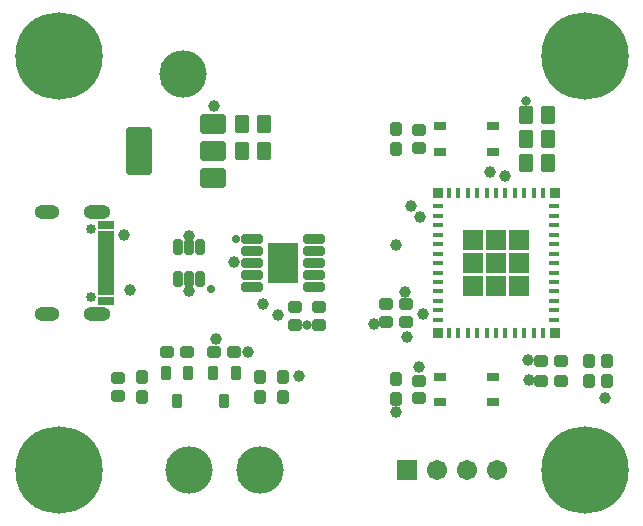
<source format=gts>
G04*
G04 #@! TF.GenerationSoftware,Altium Limited,Altium Designer,20.0.7 (75)*
G04*
G04 Layer_Color=8388736*
%FSLAX44Y44*%
%MOMM*%
G71*
G01*
G75*
%ADD17R,0.9906X0.7112*%
%ADD22R,0.8128X0.4064*%
%ADD23R,0.4064X0.8128*%
G04:AMPARAMS|DCode=35|XSize=1.1032mm|YSize=1.0032mm|CornerRadius=0.1616mm|HoleSize=0mm|Usage=FLASHONLY|Rotation=270.000|XOffset=0mm|YOffset=0mm|HoleType=Round|Shape=RoundedRectangle|*
%AMROUNDEDRECTD35*
21,1,1.1032,0.6800,0,0,270.0*
21,1,0.7800,1.0032,0,0,270.0*
1,1,0.3232,-0.3400,-0.3900*
1,1,0.3232,-0.3400,0.3900*
1,1,0.3232,0.3400,0.3900*
1,1,0.3232,0.3400,-0.3900*
%
%ADD35ROUNDEDRECTD35*%
G04:AMPARAMS|DCode=36|XSize=1.0032mm|YSize=1.1032mm|CornerRadius=0.1616mm|HoleSize=0mm|Usage=FLASHONLY|Rotation=90.000|XOffset=0mm|YOffset=0mm|HoleType=Round|Shape=RoundedRectangle|*
%AMROUNDEDRECTD36*
21,1,1.0032,0.7800,0,0,90.0*
21,1,0.6800,1.1032,0,0,90.0*
1,1,0.3232,0.3900,0.3400*
1,1,0.3232,0.3900,-0.3400*
1,1,0.3232,-0.3900,-0.3400*
1,1,0.3232,-0.3900,0.3400*
%
%ADD36ROUNDEDRECTD36*%
%ADD37R,1.6510X1.6510*%
%ADD38R,0.9144X0.9144*%
G04:AMPARAMS|DCode=39|XSize=1.1532mm|YSize=1.6032mm|CornerRadius=0.1729mm|HoleSize=0mm|Usage=FLASHONLY|Rotation=180.000|XOffset=0mm|YOffset=0mm|HoleType=Round|Shape=RoundedRectangle|*
%AMROUNDEDRECTD39*
21,1,1.1532,1.2575,0,0,180.0*
21,1,0.8075,1.6032,0,0,180.0*
1,1,0.3457,-0.4037,0.6288*
1,1,0.3457,0.4037,0.6288*
1,1,0.3457,0.4037,-0.6288*
1,1,0.3457,-0.4037,-0.6288*
%
%ADD39ROUNDEDRECTD39*%
G04:AMPARAMS|DCode=40|XSize=1.0032mm|YSize=1.1032mm|CornerRadius=0.1616mm|HoleSize=0mm|Usage=FLASHONLY|Rotation=0.000|XOffset=0mm|YOffset=0mm|HoleType=Round|Shape=RoundedRectangle|*
%AMROUNDEDRECTD40*
21,1,1.0032,0.7800,0,0,0.0*
21,1,0.6800,1.1032,0,0,0.0*
1,1,0.3232,0.3400,-0.3900*
1,1,0.3232,-0.3400,-0.3900*
1,1,0.3232,-0.3400,0.3900*
1,1,0.3232,0.3400,0.3900*
%
%ADD40ROUNDEDRECTD40*%
G04:AMPARAMS|DCode=41|XSize=1.1032mm|YSize=1.0032mm|CornerRadius=0.1616mm|HoleSize=0mm|Usage=FLASHONLY|Rotation=0.000|XOffset=0mm|YOffset=0mm|HoleType=Round|Shape=RoundedRectangle|*
%AMROUNDEDRECTD41*
21,1,1.1032,0.6800,0,0,0.0*
21,1,0.7800,1.0032,0,0,0.0*
1,1,0.3232,0.3900,-0.3400*
1,1,0.3232,-0.3900,-0.3400*
1,1,0.3232,-0.3900,0.3400*
1,1,0.3232,0.3900,0.3400*
%
%ADD41ROUNDEDRECTD41*%
G04:AMPARAMS|DCode=42|XSize=0.8032mm|YSize=1.2532mm|CornerRadius=0.1466mm|HoleSize=0mm|Usage=FLASHONLY|Rotation=0.000|XOffset=0mm|YOffset=0mm|HoleType=Round|Shape=RoundedRectangle|*
%AMROUNDEDRECTD42*
21,1,0.8032,0.9600,0,0,0.0*
21,1,0.5100,1.2532,0,0,0.0*
1,1,0.2932,0.2550,-0.4800*
1,1,0.2932,-0.2550,-0.4800*
1,1,0.2932,-0.2550,0.4800*
1,1,0.2932,0.2550,0.4800*
%
%ADD42ROUNDEDRECTD42*%
G04:AMPARAMS|DCode=43|XSize=0.8032mm|YSize=1.3032mm|CornerRadius=0.1466mm|HoleSize=0mm|Usage=FLASHONLY|Rotation=180.000|XOffset=0mm|YOffset=0mm|HoleType=Round|Shape=RoundedRectangle|*
%AMROUNDEDRECTD43*
21,1,0.8032,1.0100,0,0,180.0*
21,1,0.5100,1.3032,0,0,180.0*
1,1,0.2932,-0.2550,0.5050*
1,1,0.2932,0.2550,0.5050*
1,1,0.2932,0.2550,-0.5050*
1,1,0.2932,-0.2550,-0.5050*
%
%ADD43ROUNDEDRECTD43*%
G04:AMPARAMS|DCode=44|XSize=1.8632mm|YSize=0.8032mm|CornerRadius=0.1766mm|HoleSize=0mm|Usage=FLASHONLY|Rotation=180.000|XOffset=0mm|YOffset=0mm|HoleType=Round|Shape=RoundedRectangle|*
%AMROUNDEDRECTD44*
21,1,1.8632,0.4500,0,0,180.0*
21,1,1.5100,0.8032,0,0,180.0*
1,1,0.3532,-0.7550,0.2250*
1,1,0.3532,0.7550,0.2250*
1,1,0.3532,0.7550,-0.2250*
1,1,0.3532,-0.7550,-0.2250*
%
%ADD44ROUNDEDRECTD44*%
%ADD45R,2.5032X3.4032*%
G04:AMPARAMS|DCode=46|XSize=1.7032mm|YSize=2.2032mm|CornerRadius=0.2891mm|HoleSize=0mm|Usage=FLASHONLY|Rotation=90.000|XOffset=0mm|YOffset=0mm|HoleType=Round|Shape=RoundedRectangle|*
%AMROUNDEDRECTD46*
21,1,1.7032,1.6250,0,0,90.0*
21,1,1.1250,2.2032,0,0,90.0*
1,1,0.5782,0.8125,0.5625*
1,1,0.5782,0.8125,-0.5625*
1,1,0.5782,-0.8125,-0.5625*
1,1,0.5782,-0.8125,0.5625*
%
%ADD46ROUNDEDRECTD46*%
G04:AMPARAMS|DCode=47|XSize=4.0032mm|YSize=2.2032mm|CornerRadius=0.1516mm|HoleSize=0mm|Usage=FLASHONLY|Rotation=90.000|XOffset=0mm|YOffset=0mm|HoleType=Round|Shape=RoundedRectangle|*
%AMROUNDEDRECTD47*
21,1,4.0032,1.9000,0,0,90.0*
21,1,3.7000,2.2032,0,0,90.0*
1,1,0.3032,0.9500,1.8500*
1,1,0.3032,0.9500,-1.8500*
1,1,0.3032,-0.9500,-1.8500*
1,1,0.3032,-0.9500,1.8500*
%
%ADD47ROUNDEDRECTD47*%
%ADD48R,1.3532X0.8032*%
%ADD49R,1.3532X0.5032*%
%ADD50C,4.0032*%
%ADD51C,1.7032*%
%ADD52R,1.7032X1.7032*%
%ADD53C,0.8532*%
%ADD54O,2.1032X1.2032*%
%ADD55O,2.3032X1.2032*%
%ADD56C,7.4000*%
%ADD57C,1.0032*%
%ADD58C,0.8032*%
%ADD59C,0.7032*%
G36*
X6410Y34476D02*
X8507Y33950D01*
X2220Y21960D01*
X-2320D01*
X-8596Y33928D01*
Y33928D01*
X-8596D01*
X-6499Y34459D01*
X-2208Y34997D01*
X2117Y35003D01*
X6410Y34476D01*
D02*
G37*
G36*
X17913Y30069D02*
X19771Y28962D01*
X23185Y26308D01*
X26248Y23254D01*
X28911Y19846D01*
X30022Y17991D01*
X17098Y13958D01*
X13888Y17169D01*
X17913Y30069D01*
X17913Y30069D01*
Y30069D01*
D02*
G37*
G36*
X-13958Y17098D02*
X-17169Y13888D01*
X-30069Y17913D01*
X-30069Y17913D01*
X-28962Y19771D01*
X-26308Y23185D01*
X-23254Y26248D01*
X-19846Y28911D01*
X-17991Y30022D01*
X-13958Y17098D01*
D02*
G37*
G36*
X34459Y6499D02*
X34997Y2208D01*
X35003Y-2117D01*
X34476Y-6410D01*
X33950Y-8507D01*
X21960Y-2220D01*
Y2320D01*
X33928Y8596D01*
X33928D01*
X34459Y6499D01*
D02*
G37*
G36*
X-21960Y2220D02*
Y-2320D01*
X-33928Y-8596D01*
X-33928D01*
X-33928Y-8596D01*
X-34459Y-6499D01*
X-34997Y-2208D01*
X-35003Y2117D01*
X-34476Y6410D01*
X-33950Y8507D01*
X-21960Y2220D01*
D02*
G37*
G36*
X30069Y-17913D02*
X30069Y-17913D01*
X30069Y-17913D01*
X28962Y-19771D01*
X26308Y-23186D01*
X23254Y-26248D01*
X19846Y-28911D01*
X17991Y-30022D01*
X13958Y-17098D01*
X17169Y-13888D01*
X30069Y-17913D01*
D02*
G37*
G36*
X-13888Y-17169D02*
X-17913Y-30069D01*
X-17913Y-30069D01*
X-17913D01*
X-19771Y-28962D01*
X-23186Y-26308D01*
X-26248Y-23254D01*
X-28911Y-19846D01*
X-30022Y-17991D01*
X-17098Y-13958D01*
X-13888Y-17169D01*
D02*
G37*
G36*
X8596Y-33928D02*
Y-33928D01*
Y-33928D01*
X6499Y-34459D01*
X2208Y-34997D01*
X-2117Y-35003D01*
X-6410Y-34476D01*
X-8507Y-33950D01*
X-2220Y-21960D01*
X2320D01*
X8596Y-33928D01*
D02*
G37*
G36*
X6410Y384476D02*
X8507Y383950D01*
X2220Y371960D01*
X-2320D01*
X-8596Y383928D01*
Y383928D01*
X-8596D01*
X-6499Y384459D01*
X-2208Y384997D01*
X2117Y385003D01*
X6410Y384476D01*
D02*
G37*
G36*
X17913Y380069D02*
X19771Y378962D01*
X23185Y376308D01*
X26248Y373254D01*
X28911Y369846D01*
X30022Y367991D01*
X17098Y363958D01*
X13888Y367169D01*
X17913Y380069D01*
X17913Y380069D01*
Y380069D01*
D02*
G37*
G36*
X-13958Y367098D02*
X-17169Y363888D01*
X-30069Y367913D01*
X-30069Y367913D01*
X-28962Y369771D01*
X-26308Y373185D01*
X-23254Y376248D01*
X-19846Y378910D01*
X-17991Y380022D01*
X-13958Y367098D01*
D02*
G37*
G36*
X34459Y356499D02*
X34997Y352208D01*
X35003Y347883D01*
X34476Y343590D01*
X33950Y341493D01*
X21960Y347780D01*
Y352320D01*
X33928Y358596D01*
X33928D01*
X34459Y356499D01*
D02*
G37*
G36*
X-21960Y352220D02*
Y347680D01*
X-33928Y341404D01*
X-33928D01*
X-33928Y341404D01*
X-34459Y343501D01*
X-34997Y347792D01*
X-35003Y352117D01*
X-34476Y356410D01*
X-33950Y358507D01*
X-21960Y352220D01*
D02*
G37*
G36*
X30069Y332087D02*
X30069Y332087D01*
X30069Y332087D01*
X28962Y330229D01*
X26308Y326815D01*
X23254Y323752D01*
X19846Y321090D01*
X17991Y319978D01*
X13958Y332902D01*
X17169Y336112D01*
X30069Y332087D01*
D02*
G37*
G36*
X-13888Y332831D02*
X-17913Y319931D01*
X-17913Y319931D01*
X-17913D01*
X-19771Y321038D01*
X-23186Y323692D01*
X-26248Y326746D01*
X-28911Y330154D01*
X-30022Y332009D01*
X-17098Y336042D01*
X-13888Y332831D01*
D02*
G37*
G36*
X8596Y316072D02*
Y316072D01*
Y316072D01*
X6499Y315541D01*
X2208Y315003D01*
X-2117Y314997D01*
X-6410Y315524D01*
X-8507Y316050D01*
X-2220Y328040D01*
X2320D01*
X8596Y316072D01*
D02*
G37*
G36*
X451410Y34476D02*
X453507Y33950D01*
X447220Y21960D01*
X442680D01*
X436404Y33928D01*
Y33928D01*
X436404D01*
X438501Y34459D01*
X442792Y34997D01*
X447117Y35003D01*
X451410Y34476D01*
D02*
G37*
G36*
X462913Y30069D02*
X464771Y28962D01*
X468185Y26308D01*
X471248Y23254D01*
X473910Y19846D01*
X475022Y17991D01*
X462098Y13958D01*
X458888Y17169D01*
X462913Y30069D01*
X462913Y30069D01*
Y30069D01*
D02*
G37*
G36*
X431042Y17098D02*
X427831Y13888D01*
X414931Y17913D01*
X414931Y17913D01*
X416038Y19771D01*
X418692Y23185D01*
X421746Y26248D01*
X425154Y28911D01*
X427009Y30022D01*
X431042Y17098D01*
D02*
G37*
G36*
X479459Y6499D02*
X479997Y2208D01*
X480003Y-2117D01*
X479476Y-6410D01*
X478950Y-8507D01*
X466960Y-2220D01*
Y2320D01*
X478928Y8596D01*
X478928D01*
X479459Y6499D01*
D02*
G37*
G36*
X423040Y2220D02*
Y-2320D01*
X411072Y-8596D01*
X411072D01*
X411072Y-8596D01*
X410541Y-6499D01*
X410003Y-2208D01*
X409997Y2117D01*
X410524Y6410D01*
X411050Y8507D01*
X423040Y2220D01*
D02*
G37*
G36*
X475069Y-17913D02*
X475069Y-17913D01*
X475069Y-17913D01*
X473962Y-19771D01*
X471308Y-23186D01*
X468254Y-26248D01*
X464846Y-28911D01*
X462991Y-30022D01*
X458958Y-17098D01*
X462169Y-13888D01*
X475069Y-17913D01*
D02*
G37*
G36*
X431112Y-17169D02*
X427087Y-30069D01*
X427087Y-30069D01*
X427087D01*
X425229Y-28962D01*
X421815Y-26308D01*
X418752Y-23254D01*
X416090Y-19846D01*
X414978Y-17991D01*
X427902Y-13958D01*
X431112Y-17169D01*
D02*
G37*
G36*
X453596Y-33928D02*
Y-33928D01*
Y-33928D01*
X451499Y-34459D01*
X447208Y-34997D01*
X442883Y-35003D01*
X438590Y-34476D01*
X436493Y-33950D01*
X442780Y-21960D01*
X447320D01*
X453596Y-33928D01*
D02*
G37*
G36*
X451410Y384476D02*
X453507Y383950D01*
X447220Y371960D01*
X442680D01*
X436404Y383928D01*
Y383928D01*
X436404D01*
X438501Y384459D01*
X442792Y384997D01*
X447117Y385003D01*
X451410Y384476D01*
D02*
G37*
G36*
X462913Y380069D02*
X464771Y378962D01*
X468185Y376308D01*
X471248Y373254D01*
X473910Y369846D01*
X475022Y367991D01*
X462098Y363958D01*
X458888Y367169D01*
X462913Y380069D01*
X462913Y380069D01*
Y380069D01*
D02*
G37*
G36*
X431042Y367098D02*
X427831Y363888D01*
X414931Y367913D01*
X414931Y367913D01*
X416038Y369771D01*
X418692Y373185D01*
X421746Y376248D01*
X425154Y378910D01*
X427009Y380022D01*
X431042Y367098D01*
D02*
G37*
G36*
X479459Y356499D02*
X479997Y352208D01*
X480003Y347883D01*
X479476Y343590D01*
X478950Y341493D01*
X466960Y347780D01*
Y352320D01*
X478928Y358596D01*
X478928D01*
X479459Y356499D01*
D02*
G37*
G36*
X423040Y352220D02*
Y347680D01*
X411072Y341404D01*
X411072D01*
X411072Y341404D01*
X410541Y343501D01*
X410003Y347792D01*
X409997Y352117D01*
X410524Y356410D01*
X411050Y358507D01*
X423040Y352220D01*
D02*
G37*
G36*
X475069Y332087D02*
X475069Y332087D01*
X475069Y332087D01*
X473962Y330229D01*
X471308Y326815D01*
X468254Y323752D01*
X464846Y321090D01*
X462991Y319978D01*
X458958Y332902D01*
X462169Y336112D01*
X475069Y332087D01*
D02*
G37*
G36*
X431112Y332831D02*
X427087Y319931D01*
X427087Y319931D01*
X427087D01*
X425229Y321038D01*
X421815Y323692D01*
X418752Y326746D01*
X416090Y330154D01*
X414978Y332009D01*
X427902Y336042D01*
X431112Y332831D01*
D02*
G37*
G36*
X453596Y316072D02*
Y316072D01*
Y316072D01*
X451499Y315541D01*
X447208Y315003D01*
X442883Y314997D01*
X438590Y315524D01*
X436493Y316050D01*
X442780Y328040D01*
X447320D01*
X453596Y316072D01*
D02*
G37*
D17*
X367500Y269250D02*
D03*
X322500D02*
D03*
X367500Y290750D02*
D03*
X322500D02*
D03*
X367500Y57250D02*
D03*
X322500D02*
D03*
X367500Y78750D02*
D03*
X322500D02*
D03*
D22*
X419000Y223000D02*
D03*
Y215000D02*
D03*
Y207000D02*
D03*
Y199000D02*
D03*
Y191000D02*
D03*
Y183000D02*
D03*
Y175000D02*
D03*
Y167000D02*
D03*
Y159000D02*
D03*
Y151000D02*
D03*
Y143000D02*
D03*
Y135000D02*
D03*
Y127000D02*
D03*
X321000Y127000D02*
D03*
Y135000D02*
D03*
Y143000D02*
D03*
Y151000D02*
D03*
Y159000D02*
D03*
Y167000D02*
D03*
Y175000D02*
D03*
Y183000D02*
D03*
Y191000D02*
D03*
Y199000D02*
D03*
Y207000D02*
D03*
Y215000D02*
D03*
Y223000D02*
D03*
D23*
X410000Y116000D02*
D03*
X402000D02*
D03*
X394000D02*
D03*
X386000D02*
D03*
X378000D02*
D03*
X370000D02*
D03*
X362000D02*
D03*
X354000D02*
D03*
X346000D02*
D03*
X338000D02*
D03*
X330000D02*
D03*
Y234000D02*
D03*
X338000D02*
D03*
X346000D02*
D03*
X354000D02*
D03*
X362000D02*
D03*
X370000D02*
D03*
X378000D02*
D03*
X386000D02*
D03*
X394000D02*
D03*
X402000D02*
D03*
X410000D02*
D03*
D35*
X285000Y271500D02*
D03*
Y288500D02*
D03*
Y59500D02*
D03*
Y76500D02*
D03*
X190000Y61500D02*
D03*
Y78500D02*
D03*
X170000Y78500D02*
D03*
Y61500D02*
D03*
X70000Y61500D02*
D03*
Y78500D02*
D03*
D36*
X305000Y272500D02*
D03*
Y287500D02*
D03*
Y60500D02*
D03*
Y75500D02*
D03*
X50000Y62500D02*
D03*
Y77500D02*
D03*
X220000Y122500D02*
D03*
Y137500D02*
D03*
X200000Y122500D02*
D03*
Y137500D02*
D03*
D37*
X389750Y175000D02*
D03*
Y194750D02*
D03*
X370000D02*
D03*
X350250D02*
D03*
Y175000D02*
D03*
Y155250D02*
D03*
X370000D02*
D03*
X389750D02*
D03*
X370000Y175000D02*
D03*
D38*
X419500Y234500D02*
D03*
X320500D02*
D03*
Y115500D02*
D03*
X419500D02*
D03*
D39*
X395750Y260000D02*
D03*
X414250D02*
D03*
X395750Y280000D02*
D03*
X414250D02*
D03*
X395750Y300000D02*
D03*
X414250D02*
D03*
X154750Y270000D02*
D03*
X173250D02*
D03*
X154750Y293000D02*
D03*
X173250D02*
D03*
D40*
X449000Y92000D02*
D03*
X464000D02*
D03*
X449000Y75000D02*
D03*
X464000D02*
D03*
D41*
X425000Y92000D02*
D03*
X408000D02*
D03*
X425000Y75000D02*
D03*
X408000D02*
D03*
X276500Y140000D02*
D03*
X293500D02*
D03*
X276500Y125000D02*
D03*
X293500D02*
D03*
X131500Y100000D02*
D03*
X148500D02*
D03*
X91500D02*
D03*
X108500D02*
D03*
D42*
X140000Y58150D02*
D03*
X130500Y81850D02*
D03*
X149500D02*
D03*
X100000Y58150D02*
D03*
X90500Y81850D02*
D03*
X109500D02*
D03*
D43*
X100500Y161500D02*
D03*
X110000D02*
D03*
X119500D02*
D03*
Y188500D02*
D03*
X110000D02*
D03*
X100500D02*
D03*
D44*
X216250Y155000D02*
D03*
Y165000D02*
D03*
Y175000D02*
D03*
Y185000D02*
D03*
Y195000D02*
D03*
X163750D02*
D03*
Y185000D02*
D03*
Y175000D02*
D03*
Y165000D02*
D03*
Y155000D02*
D03*
D45*
X190000Y175000D02*
D03*
D46*
X130000Y293000D02*
D03*
Y247000D02*
D03*
Y270000D02*
D03*
D47*
X68000D02*
D03*
D48*
X39814Y143001D02*
D03*
Y151000D02*
D03*
Y199001D02*
D03*
Y206999D02*
D03*
D49*
Y157500D02*
D03*
Y162501D02*
D03*
Y167499D02*
D03*
Y172500D02*
D03*
Y177499D02*
D03*
Y182500D02*
D03*
Y187499D02*
D03*
Y192501D02*
D03*
D50*
X170000Y0D02*
D03*
X110000D02*
D03*
X105000Y335000D02*
D03*
D51*
X319601Y-0D02*
D03*
X345000Y0D02*
D03*
X370400D02*
D03*
D52*
X294201Y-0D02*
D03*
D53*
X27187Y146099D02*
D03*
Y203899D02*
D03*
D54*
X-9814Y131749D02*
D03*
Y218251D02*
D03*
D55*
X32186Y131749D02*
D03*
Y218251D02*
D03*
D56*
X0Y350000D02*
D03*
X445000D02*
D03*
Y0D02*
D03*
X0D02*
D03*
D57*
X305000Y87000D02*
D03*
X60000Y152000D02*
D03*
X267000Y123000D02*
D03*
X203000Y79000D02*
D03*
X160000Y100000D02*
D03*
X133000Y111000D02*
D03*
X172500Y140000D02*
D03*
X185000Y131000D02*
D03*
X285000Y49000D02*
D03*
X462000Y61000D02*
D03*
X365000Y252000D02*
D03*
X397000Y93000D02*
D03*
X306000Y214000D02*
D03*
X298000Y223000D02*
D03*
X398000Y76000D02*
D03*
X308000Y132000D02*
D03*
X378000Y249000D02*
D03*
X295000Y112500D02*
D03*
X285000Y190000D02*
D03*
X293115Y150615D02*
D03*
X148000Y176000D02*
D03*
X55000Y199000D02*
D03*
X131000Y308000D02*
D03*
X110000Y151000D02*
D03*
Y198000D02*
D03*
D58*
X210000Y122500D02*
D03*
X395500Y312500D02*
D03*
D59*
X150000Y195000D02*
D03*
X129000Y153000D02*
D03*
M02*

</source>
